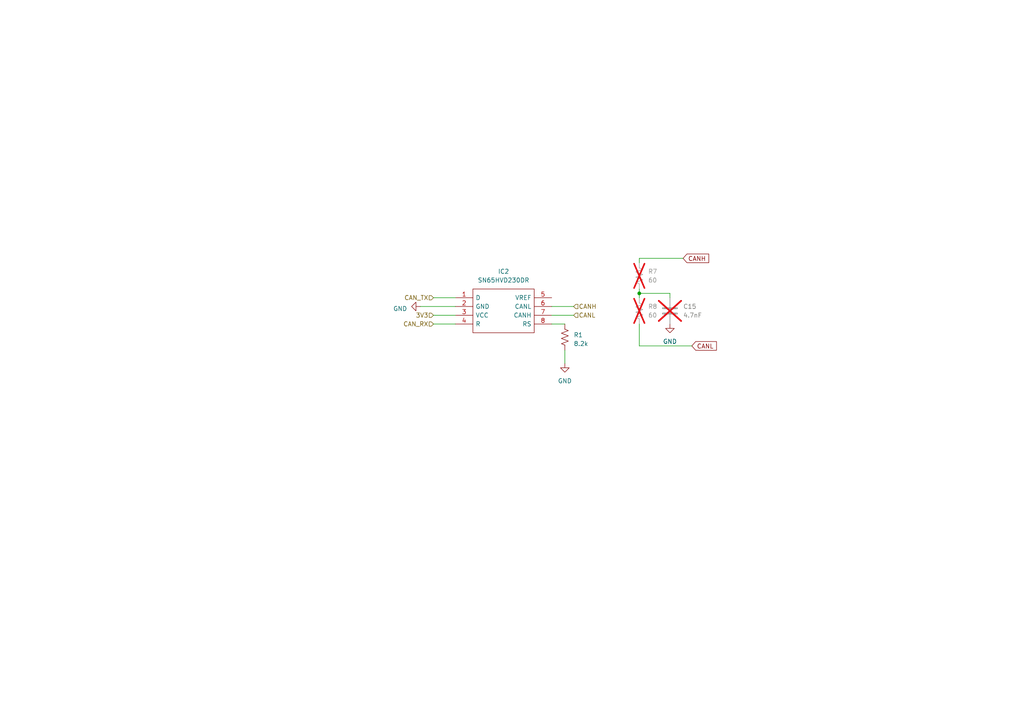
<source format=kicad_sch>
(kicad_sch (version 20231120) (generator "eeschema") (generator_version "8.0")
  (paper "A4")
  (lib_symbols
    (symbol "Device:C" (pin_numbers hide) (pin_names (offset 0.254))
      (property "Reference" "C" (at 0.635 2.54 0))
      (property "Value" "C" (at 0.635 -2.54 0))
      (symbol "C_0_1"
        (polyline (pts (xy -2.032 -0.762) (xy 2.032 -0.762)) (stroke (width 0.508)))
        (polyline (pts (xy -2.032 0.762) (xy 2.032 0.762)) (stroke (width 0.508)))
      )
      (symbol "C_1_1"
        (pin passive line (at 0 3.81 270) (length 2.794) (name "~") (number "1"))
        (pin passive line (at 0 -3.81 90) (length 2.794) (name "~") (number "2"))
      )
    )
    (symbol "Device:R_US" (pin_numbers hide) (pin_names (offset 0))
      (property "Reference" "R" (at 2.54 0 90))
      (property "Value" "R_US" (at -2.54 0 90))
      (symbol "R_US_0_1"
        (polyline (pts (xy 0 -2.286) (xy 0 -2.54)))
        (polyline (pts (xy 0 2.286) (xy 0 2.54)))
        (polyline (pts (xy 0 -0.762) (xy 1.016 -1.143) (xy 0 -1.524) (xy -1.016 -1.905) (xy 0 -2.286)))
        (polyline (pts (xy 0 0.762) (xy 1.016 0.381) (xy 0 0) (xy -1.016 -0.381) (xy 0 -0.762)))
        (polyline (pts (xy 0 2.286) (xy 1.016 1.905) (xy 0 1.524) (xy -1.016 1.143) (xy 0 0.762)))
      )
      (symbol "R_US_1_1"
        (pin passive line (at 0 3.81 270) (length 1.27) (name "~") (number "1"))
        (pin passive line (at 0 -3.81 90) (length 1.27) (name "~") (number "2"))
      )
    )
    (symbol "SamacSys_Parts:SN65HVD230DR" (pin_names (offset 0.762))
      (property "Reference" "IC" (at 24.13 7.62 0))
      (property "Value" "SN65HVD230DR" (at 24.13 5.08 0))
      (symbol "SN65HVD230DR_0_0"
        (pin passive line (at 0 0 0) (length 5.08) (name "D") (number "1"))
        (pin passive line (at 0 -2.54 0) (length 5.08) (name "GND") (number "2"))
        (pin passive line (at 0 -5.08 0) (length 5.08) (name "VCC") (number "3"))
        (pin passive line (at 0 -7.62 0) (length 5.08) (name "R") (number "4"))
        (pin passive line (at 27.94 0 180) (length 5.08) (name "VREF") (number "5"))
        (pin passive line (at 27.94 -2.54 180) (length 5.08) (name "CANL") (number "6"))
        (pin passive line (at 27.94 -5.08 180) (length 5.08) (name "CANH") (number "7"))
        (pin passive line (at 27.94 -7.62 180) (length 5.08) (name "RS") (number "8"))
      )
      (symbol "SN65HVD230DR_0_1"
        (polyline (pts (xy 5.08 2.54) (xy 22.86 2.54) (xy 22.86 -10.16) (xy 5.08 -10.16) (xy 5.08 2.54)) (stroke (width 0.1524)))
      )
    )
    (symbol "power:GND" (power) (pin_names (offset 0))
      (property "Value" "GND" (at 0 -3.81 0))
      (symbol "GND_0_1"
        (polyline (pts (xy 0 0) (xy 0 -1.27) (xy 1.27 -1.27) (xy 0 -2.54) (xy -1.27 -1.27) (xy 0 -1.27)))
      )
      (symbol "GND_1_1"
        (pin power_in line (at 0 0 270) (length 0) hide (name "GND") (number "1"))
      )
    )
  )
  (junction (at 185.42 85.09))
  (wire (pts (xy 185.42 100.33) (xy 185.42 93.98)))
  (wire (pts (xy 185.42 85.09) (xy 185.42 86.36)))
  (wire (pts (xy 160.02 88.9) (xy 166.37 88.9)))
  (wire (pts (xy 121.92 88.9) (xy 132.08 88.9)))
  (wire (pts (xy 125.73 91.44) (xy 132.08 91.44)))
  (wire (pts (xy 185.42 85.09) (xy 194.31 85.09)))
  (wire (pts (xy 194.31 85.09) (xy 194.31 86.36)))
  (wire (pts (xy 185.42 76.2) (xy 185.42 74.93)))
  (wire (pts (xy 185.42 74.93) (xy 198.12 74.93)))
  (wire (pts (xy 125.73 86.36) (xy 132.08 86.36)))
  (wire (pts (xy 185.42 83.82) (xy 185.42 85.09)))
  (wire (pts (xy 160.02 93.98) (xy 163.83 93.98)))
  (wire (pts (xy 125.73 93.98) (xy 132.08 93.98)))
  (wire (pts (xy 163.83 101.6) (xy 163.83 105.41)))
  (wire (pts (xy 185.42 100.33) (xy 200.66 100.33)))
  (wire (pts (xy 160.02 91.44) (xy 166.37 91.44)))
  (global_label "CANH" (shape input) (at 198.12 74.93 0) (property "Intersheetrefs" "${INTERSHEET_REFS}" (effects (hide yes))))
  (global_label "CANL" (shape input) (at 200.66 100.33 0) (property "Intersheetrefs" "${INTERSHEET_REFS}" (effects (hide yes))))
  (hierarchical_label "CAN_TX" (shape input) (at 125.73 86.36 180))
  (hierarchical_label "CAN_RX" (shape input) (at 125.73 93.98 180))
  (hierarchical_label "CANL" (shape input) (at 166.37 91.44 0))
  (hierarchical_label "CANH" (shape input) (at 166.37 88.9 0))
  (hierarchical_label "3V3" (shape input) (at 125.73 91.44 180))
  (symbol (lib_id "Device:R_US") (at 163.83 97.79 0) (unit 1)
    (property "Reference" "R1" (at 166.37 97.155 0) (effects (justify left)))
    (property "Value" "8.2k" (at 166.37 99.695 0) (effects (justify left)))
    (property "Footprint" "Resistor_SMD:R_0603_1608Metric" (effects (hide yes)))
    (property "LCSC" "C25981" (effects (hide yes)))
    (property "LCSC Part" "C25981" (effects (hide yes)))
    (property "LCSC Part Number" "C25981" (effects (hide yes)))
  )
  (symbol (lib_id "Device:C") (at 194.31 90.17 0) (unit 1) (dnp yes)
    (property "Reference" "C15" (at 198.12 88.8999 0) (effects (justify left)))
    (property "Value" "4.7nF" (at 198.12 91.4399 0) (effects (justify left)))
    (property "Footprint" "Capacitor_SMD:C_0603_1608Metric" (effects (hide yes)))
    (property "Description" "Unpolarized capacitor" (effects (hide yes)))
    (property "LCSC" "C5186689" (effects (hide yes)))
    (property "LCSC Part Number" "C5186689" (effects (hide yes)))
    (property "LCSC Part" "C5186689" (effects (hide yes)))
  )
  (symbol (lib_id "power:GND") (at 194.31 93.98 0) (unit 1)
    (property "Reference" "#PWR018" (effects (hide yes)))
    (property "Value" "GND" (at 194.31 99.06 0))
  )
  (symbol (lib_id "SamacSys_Parts:SN65HVD230DR") (at 132.08 86.36 0) (unit 1)
    (property "Reference" "IC2" (at 146.05 78.74 0))
    (property "Value" "SN65HVD230DR" (at 146.05 81.28 0))
    (property "Footprint" "SamacSys_Parts:SOT127P600X175-8N" (effects (hide yes)))
    (property "Datasheet" "http://www.ti.com/lit/gpn/sn65hvd230" (effects (hide yes)))
    (property "Description" "3.3 V CAN Transceiver with Standby Mode" (effects (hide yes)))
    (property "Height" "1.75" (effects (hide yes)))
    (property "Mouser Part Number" "595-SN65HVD230DR" (effects (hide yes)))
    (property "Mouser Price/Stock" "https://www.mouser.co.uk/ProductDetail/Texas-Instruments/SN65HVD230DR?qs=QViXGNcIEAtifeQR3pYVUQ%3D%3D" (effects (hide yes)))
    (property "Manufacturer_Name" "Texas Instruments" (effects (hide yes)))
    (property "Manufacturer_Part_Number" "SN65HVD230DR" (effects (hide yes)))
    (property "LCSC" "C12084" (effects (hide yes)))
    (property "LCSC Part" "C12084" (effects (hide yes)))
    (property "LCSC Part Number" "C12084" (effects (hide yes)))
  )
  (symbol (lib_id "Device:R_US") (at 185.42 80.01 0) (unit 1) (dnp yes)
    (property "Reference" "R7" (at 187.96 78.7399 0) (effects (justify left)))
    (property "Value" "60" (at 187.96 81.2799 0) (effects (justify left)))
    (property "Footprint" "Resistor_SMD:R_0603_1608Metric" (effects (hide yes)))
    (property "Description" "Resistor, US symbol" (effects (hide yes)))
  )
  (symbol (lib_id "power:GND") (at 121.92 88.9 270) (unit 1)
    (property "Reference" "#PWR06" (effects (hide yes)))
    (property "Value" "GND" (at 118.11 89.535 90) (effects (justify right)))
  )
  (symbol (lib_id "Device:R_US") (at 185.42 90.17 0) (unit 1) (dnp yes)
    (property "Reference" "R8" (at 187.96 88.8999 0) (effects (justify left)))
    (property "Value" "60" (at 187.96 91.4399 0) (effects (justify left)))
    (property "Footprint" "Resistor_SMD:R_0603_1608Metric" (effects (hide yes)))
    (property "Description" "Resistor, US symbol" (effects (hide yes)))
  )
  (symbol (lib_id "power:GND") (at 163.83 105.41 0) (unit 1)
    (property "Reference" "#PWR07" (effects (hide yes)))
    (property "Value" "GND" (at 163.83 110.49 0))
  )
)
</source>
